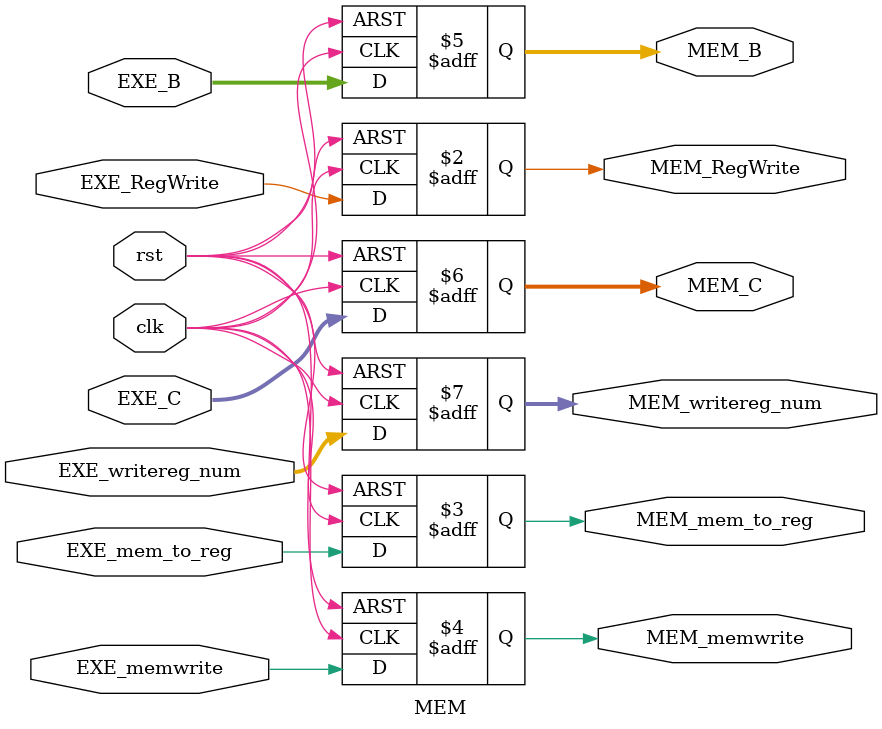
<source format=v>
module MEM(clk,rst,EXE_C,EXE_RegWrite,EXE_mem_to_reg,EXE_memwrite,EXE_B,EXE_writereg_num,
				MEM_C,MEM_RegWrite,MEM_mem_to_reg,MEM_memwrite,MEM_B,MEM_writereg_num,
			);
	input clk,rst,EXE_RegWrite,EXE_mem_to_reg,EXE_memwrite;
	input [31:0] EXE_B,EXE_C;
	input [4:0] EXE_writereg_num;
	
	output reg MEM_RegWrite,MEM_mem_to_reg,MEM_memwrite;
	output reg [31:0] MEM_B,MEM_C;
	output reg [4:0] MEM_writereg_num;
	
	always @(posedge clk,posedge rst)
	begin
		if(rst)
		begin 
			MEM_B=0;
			MEM_C=0;
			MEM_RegWrite=0;
			MEM_mem_to_reg=0;
			MEM_memwrite=0;
			MEM_writereg_num=0;
		end
		else begin
			MEM_B=EXE_B;
			MEM_C=EXE_C;
			MEM_RegWrite=EXE_RegWrite;
			MEM_mem_to_reg=EXE_mem_to_reg;
			MEM_memwrite=EXE_memwrite;
			MEM_writereg_num=EXE_writereg_num;
		end
	end
endmodule
	
</source>
